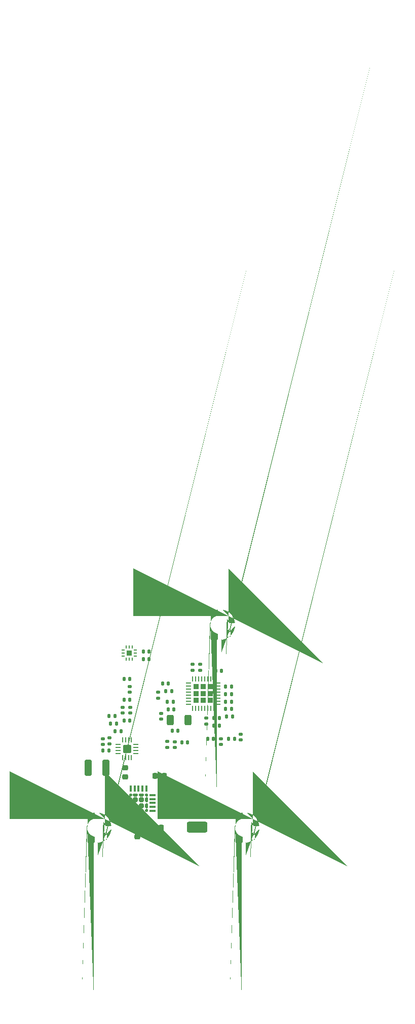
<source format=gbr>
%TF.GenerationSoftware,KiCad,Pcbnew,9.0.0*%
%TF.CreationDate,2025-11-27T12:56:11-07:00*%
%TF.ProjectId,OSS-Radio_2M70CM,4f53532d-5261-4646-996f-5f324d373043,rev?*%
%TF.SameCoordinates,Original*%
%TF.FileFunction,Paste,Top*%
%TF.FilePolarity,Positive*%
%FSLAX46Y46*%
G04 Gerber Fmt 4.6, Leading zero omitted, Abs format (unit mm)*
G04 Created by KiCad (PCBNEW 9.0.0) date 2025-11-27 12:56:11*
%MOMM*%
%LPD*%
G01*
G04 APERTURE LIST*
G04 Aperture macros list*
%AMRoundRect*
0 Rectangle with rounded corners*
0 $1 Rounding radius*
0 $2 $3 $4 $5 $6 $7 $8 $9 X,Y pos of 4 corners*
0 Add a 4 corners polygon primitive as box body*
4,1,4,$2,$3,$4,$5,$6,$7,$8,$9,$2,$3,0*
0 Add four circle primitives for the rounded corners*
1,1,$1+$1,$2,$3*
1,1,$1+$1,$4,$5*
1,1,$1+$1,$6,$7*
1,1,$1+$1,$8,$9*
0 Add four rect primitives between the rounded corners*
20,1,$1+$1,$2,$3,$4,$5,0*
20,1,$1+$1,$4,$5,$6,$7,0*
20,1,$1+$1,$6,$7,$8,$9,0*
20,1,$1+$1,$8,$9,$2,$3,0*%
%AMFreePoly0*
4,1,83,1.042816,1.072236,1.072613,1.072236,1.081945,1.068370,1.088357,1.067737,1.095036,1.062947,1.108661,1.057304,1.123242,1.042722,1.130424,1.037573,1.132104,1.033860,1.136251,1.029714,1.151183,0.993666,1.151427,0.991179,1.151773,0.990417,1.151637,0.989047,1.153104,0.974157,1.153104,0.147677,1.151183,0.128168,1.149302,0.123628,1.149244,0.120163,1.144799,0.112757,
1.136251,0.092120,1.126655,0.082524,1.122607,0.075779,1.116546,0.072415,1.108661,0.064530,1.083729,0.054202,1.077346,0.050660,1.077347,0.050660,0.975563,0.025306,0.780742,-0.052508,0.598179,-0.155859,0.431205,-0.282864,0.282864,-0.431205,0.155859,-0.598179,0.052508,-0.780742,-0.025306,-0.975563,-0.050660,-1.077347,-0.050660,-1.077346,-0.054202,-1.083729,-0.064530,-1.108661,
-0.072415,-1.116546,-0.075779,-1.122607,-0.082524,-1.126655,-0.092120,-1.136251,-0.112757,-1.144799,-0.120163,-1.149244,-0.123628,-1.149302,-0.128168,-1.151183,-0.147677,-1.153104,-0.974157,-1.153104,-0.989047,-1.151637,-0.990417,-1.151773,-0.991179,-1.151427,-0.993666,-1.151183,-1.029714,-1.136251,-1.033860,-1.132104,-1.037573,-1.130424,-1.042722,-1.123242,-1.057304,-1.108661,-1.062947,-1.095036,
-1.067737,-1.088357,-1.068370,-1.081945,-1.072236,-1.072613,-1.072236,-1.042816,-1.072826,-1.036844,-1.072236,-1.034204,-1.072236,-1.033595,-1.071940,-1.032881,-1.009706,-0.754420,-0.915115,-0.480924,-0.790260,-0.219852,-0.636738,0.025461,-0.456510,0.251879,-0.251879,0.456510,-0.025461,0.636738,0.219852,0.790260,0.480924,0.915115,0.754420,1.009706,1.032881,1.071940,1.033595,1.072236,
1.034204,1.072236,1.036844,1.072826,1.042816,1.072236,1.042816,1.072236,$1*%
%AMFreePoly1*
4,1,83,-0.128168,1.151183,-0.123628,1.149302,-0.120163,1.149244,-0.112757,1.144799,-0.092120,1.136251,-0.082524,1.126655,-0.075779,1.122607,-0.072415,1.116546,-0.064530,1.108661,-0.054202,1.083729,-0.050660,1.077346,-0.050660,1.077347,-0.025306,0.975563,0.052508,0.780742,0.155859,0.598179,0.282864,0.431205,0.431205,0.282864,0.598179,0.155859,0.780742,0.052508,0.975563,-0.025306,
1.077347,-0.050660,1.077346,-0.050660,1.083729,-0.054202,1.108661,-0.064530,1.116546,-0.072415,1.122607,-0.075779,1.126655,-0.082524,1.136251,-0.092120,1.144799,-0.112757,1.149244,-0.120163,1.149302,-0.123628,1.151183,-0.128168,1.153104,-0.147677,1.153104,-0.974157,1.151637,-0.989047,1.151773,-0.990417,1.151427,-0.991179,1.151183,-0.993666,1.136251,-1.029714,1.132104,-1.033860,
1.130424,-1.037573,1.123242,-1.042722,1.108661,-1.057304,1.095036,-1.062947,1.088357,-1.067737,1.081945,-1.068370,1.072613,-1.072236,1.042816,-1.072236,1.036844,-1.072826,1.034204,-1.072236,1.033595,-1.072236,1.032881,-1.071940,0.754420,-1.009706,0.480924,-0.915115,0.219852,-0.790260,-0.025461,-0.636738,-0.251879,-0.456510,-0.456510,-0.251879,-0.636738,-0.025461,-0.790260,0.219852,
-0.915115,0.480924,-1.009706,0.754420,-1.071940,1.032881,-1.072236,1.033595,-1.072236,1.034204,-1.072826,1.036844,-1.072236,1.042816,-1.072236,1.072613,-1.068370,1.081945,-1.067737,1.088357,-1.062947,1.095036,-1.057304,1.108661,-1.042722,1.123242,-1.037573,1.130424,-1.033860,1.132104,-1.029714,1.136251,-0.993666,1.151183,-0.991179,1.151427,-0.990417,1.151773,-0.989047,1.151637,
-0.974157,1.153104,-0.147677,1.153104,-0.128168,1.151183,-0.128168,1.151183,$1*%
%AMFreePoly2*
4,1,83,-1.034204,1.072236,-1.033595,1.072236,-1.032881,1.071940,-0.754420,1.009706,-0.480924,0.915115,-0.219852,0.790260,0.025461,0.636738,0.251879,0.456510,0.456510,0.251879,0.636738,0.025461,0.790260,-0.219852,0.915115,-0.480924,1.009706,-0.754420,1.071940,-1.032881,1.072236,-1.033595,1.072236,-1.034204,1.072826,-1.036844,1.072236,-1.042816,1.072236,-1.072613,1.068370,-1.081945,
1.067737,-1.088357,1.062947,-1.095036,1.057304,-1.108661,1.042722,-1.123242,1.037573,-1.130424,1.033860,-1.132104,1.029714,-1.136251,0.993666,-1.151183,0.991179,-1.151427,0.990417,-1.151773,0.989047,-1.151637,0.974157,-1.153104,0.147677,-1.153104,0.128168,-1.151183,0.123628,-1.149302,0.120163,-1.149244,0.112757,-1.144799,0.092120,-1.136251,0.082524,-1.126655,0.075779,-1.122607,
0.072415,-1.116546,0.064530,-1.108661,0.054202,-1.083729,0.050660,-1.077346,0.050660,-1.077347,0.025306,-0.975563,-0.052508,-0.780742,-0.155859,-0.598179,-0.282864,-0.431205,-0.431205,-0.282864,-0.598179,-0.155859,-0.780742,-0.052508,-0.975563,0.025306,-1.077347,0.050660,-1.077346,0.050660,-1.083729,0.054202,-1.108661,0.064530,-1.116546,0.072415,-1.122607,0.075779,-1.126655,0.082524,
-1.136251,0.092120,-1.144799,0.112757,-1.149244,0.120163,-1.149302,0.123628,-1.151183,0.128168,-1.153104,0.147677,-1.153104,0.974157,-1.151637,0.989047,-1.151773,0.990417,-1.151427,0.991179,-1.151183,0.993666,-1.136251,1.029714,-1.132104,1.033860,-1.130424,1.037573,-1.123242,1.042722,-1.108661,1.057304,-1.095036,1.062947,-1.088357,1.067737,-1.081945,1.068370,-1.072613,1.072236,
-1.042816,1.072236,-1.036844,1.072826,-1.034204,1.072236,-1.034204,1.072236,$1*%
%AMFreePoly3*
4,1,83,0.989047,1.151637,0.990417,1.151773,0.991179,1.151427,0.993666,1.151183,1.029714,1.136251,1.033860,1.132104,1.037573,1.130424,1.042722,1.123242,1.057304,1.108661,1.062947,1.095036,1.067737,1.088357,1.068370,1.081945,1.072236,1.072613,1.072236,1.042816,1.072826,1.036844,1.072236,1.034204,1.072236,1.033595,1.071940,1.032881,1.009706,0.754420,0.915115,0.480924,
0.790260,0.219852,0.636738,-0.025461,0.456510,-0.251879,0.251879,-0.456510,0.025461,-0.636738,-0.219852,-0.790260,-0.480924,-0.915115,-0.754420,-1.009706,-1.032881,-1.071940,-1.033595,-1.072236,-1.034204,-1.072236,-1.036844,-1.072826,-1.042816,-1.072236,-1.072613,-1.072236,-1.081945,-1.068370,-1.088357,-1.067737,-1.095036,-1.062947,-1.108661,-1.057304,-1.123242,-1.042722,-1.130424,-1.037573,
-1.132104,-1.033860,-1.136251,-1.029714,-1.151183,-0.993666,-1.151427,-0.991179,-1.151773,-0.990417,-1.151637,-0.989047,-1.153104,-0.974157,-1.153104,-0.147677,-1.151183,-0.128168,-1.149302,-0.123628,-1.149244,-0.120163,-1.144799,-0.112757,-1.136251,-0.092120,-1.126655,-0.082524,-1.122607,-0.075779,-1.116546,-0.072415,-1.108661,-0.064530,-1.083729,-0.054202,-1.077346,-0.050660,-1.077347,-0.050660,
-0.975563,-0.025306,-0.780742,0.052508,-0.598179,0.155859,-0.431205,0.282864,-0.282864,0.431205,-0.155859,0.598179,-0.052508,0.780742,0.025306,0.975563,0.050660,1.077347,0.050660,1.077346,0.054202,1.083729,0.064530,1.108661,0.072415,1.116546,0.075779,1.122607,0.082524,1.126655,0.092120,1.136251,0.112757,1.144799,0.120163,1.149244,0.123628,1.149302,0.128168,1.151183,
0.147677,1.153104,0.974157,1.153104,0.989047,1.151637,0.989047,1.151637,$1*%
%AMFreePoly4*
4,1,19,0.178553,0.213392,0.221317,0.164040,0.231790,0.115895,0.231790,-0.012362,0.213392,-0.075020,0.197845,-0.094312,0.094312,-0.197845,0.036997,-0.229141,0.012362,-0.231790,-0.115895,-0.231790,-0.178553,-0.213392,-0.221317,-0.164040,-0.231790,-0.115895,-0.231790,0.115895,-0.213392,0.178553,-0.164040,0.221317,-0.115895,0.231790,0.115895,0.231790,0.178553,0.213392,0.178553,0.213392,
$1*%
%AMFreePoly5*
4,1,21,0.122595,0.381565,0.128518,0.376137,0.204814,0.299841,0.231439,0.242746,0.231789,0.234719,0.231789,-0.234719,0.210242,-0.293918,0.204814,-0.299841,0.128518,-0.376137,0.071423,-0.402762,0.063396,-0.403112,-0.139692,-0.403112,-0.198891,-0.381565,-0.230390,-0.327007,-0.231789,-0.311015,-0.231789,0.311015,-0.210242,0.370214,-0.155684,0.401713,-0.139692,0.403112,0.063396,0.403112,
0.122595,0.381565,0.122595,0.381565,$1*%
%AMFreePoly6*
4,1,19,0.075020,0.213392,0.094312,0.197845,0.197845,0.094312,0.229141,0.036997,0.231790,0.012362,0.231790,-0.115895,0.213392,-0.178553,0.164040,-0.221317,0.115895,-0.231790,-0.115895,-0.231790,-0.178553,-0.213392,-0.221317,-0.164040,-0.231790,-0.115895,-0.231790,0.115895,-0.213392,0.178553,-0.164040,0.221317,-0.115895,0.231790,0.012362,0.231790,0.075020,0.213392,0.075020,0.213392,
$1*%
%AMFreePoly7*
4,1,21,0.370214,0.210242,0.401713,0.155684,0.403112,0.139692,0.403112,-0.063396,0.381565,-0.122595,0.376137,-0.128518,0.299841,-0.204814,0.242746,-0.231439,0.234719,-0.231789,-0.234719,-0.231789,-0.293918,-0.210242,-0.299841,-0.204814,-0.376137,-0.128518,-0.402762,-0.071423,-0.403112,-0.063396,-0.403112,0.139692,-0.381565,0.198891,-0.327007,0.230390,-0.311015,0.231789,0.311015,0.231789,
0.370214,0.210242,0.370214,0.210242,$1*%
%AMFreePoly8*
4,1,21,0.293918,0.210242,0.299841,0.204814,0.376137,0.128518,0.402762,0.071423,0.403112,0.063396,0.403112,-0.139692,0.381565,-0.198891,0.327007,-0.230390,0.311015,-0.231789,-0.311015,-0.231789,-0.370214,-0.210242,-0.401713,-0.155684,-0.403112,-0.139692,-0.403112,0.063396,-0.381565,0.122595,-0.376137,0.128518,-0.299841,0.204814,-0.242746,0.231439,-0.234719,0.231789,0.234719,0.231789,
0.293918,0.210242,0.293918,0.210242,$1*%
%AMFreePoly9*
4,1,19,0.178553,0.213392,0.221317,0.164040,0.231790,0.115895,0.231790,-0.115895,0.213392,-0.178553,0.164040,-0.221317,0.115895,-0.231790,-0.012362,-0.231790,-0.075020,-0.213392,-0.094312,-0.197845,-0.197845,-0.094312,-0.229141,-0.036997,-0.231790,-0.012362,-0.231790,0.115895,-0.213392,0.178553,-0.164040,0.221317,-0.115895,0.231790,0.115895,0.231790,0.178553,0.213392,0.178553,0.213392,
$1*%
%AMFreePoly10*
4,1,21,0.198891,0.381565,0.230390,0.327007,0.231789,0.311015,0.231789,-0.311015,0.210242,-0.370214,0.155684,-0.401713,0.139692,-0.403112,-0.063396,-0.403112,-0.122595,-0.381565,-0.128518,-0.376137,-0.204814,-0.299841,-0.231439,-0.242746,-0.231789,-0.234719,-0.231789,0.234719,-0.210242,0.293918,-0.204814,0.299841,-0.128518,0.376137,-0.071423,0.402762,-0.063396,0.403112,0.139692,0.403112,
0.198891,0.381565,0.198891,0.381565,$1*%
%AMFreePoly11*
4,1,19,0.178553,0.213392,0.221317,0.164040,0.231790,0.115895,0.231790,-0.115895,0.213392,-0.178553,0.164040,-0.221317,0.115895,-0.231790,-0.115895,-0.231790,-0.178553,-0.213392,-0.221317,-0.164040,-0.231790,-0.115895,-0.231790,0.012362,-0.213392,0.075020,-0.197845,0.094312,-0.094312,0.197845,-0.036997,0.229141,-0.012362,0.231790,0.115895,0.231790,0.178553,0.213392,0.178553,0.213392,
$1*%
G04 Aperture macros list end*
%ADD10RoundRect,0.140000X0.170000X-0.140000X0.170000X0.140000X-0.170000X0.140000X-0.170000X-0.140000X0*%
%ADD11RoundRect,0.147500X-0.147500X-0.172500X0.147500X-0.172500X0.147500X0.172500X-0.147500X0.172500X0*%
%ADD12RoundRect,0.140000X0.140000X0.170000X-0.140000X0.170000X-0.140000X-0.170000X0.140000X-0.170000X0*%
%ADD13RoundRect,0.135000X-0.185000X0.135000X-0.185000X-0.135000X0.185000X-0.135000X0.185000X0.135000X0*%
%ADD14RoundRect,0.140000X-0.140000X-0.170000X0.140000X-0.170000X0.140000X0.170000X-0.140000X0.170000X0*%
%ADD15RoundRect,0.135000X0.185000X-0.135000X0.185000X0.135000X-0.185000X0.135000X-0.185000X-0.135000X0*%
%ADD16RoundRect,0.147500X0.172500X-0.147500X0.172500X0.147500X-0.172500X0.147500X-0.172500X-0.147500X0*%
%ADD17RoundRect,0.225000X-0.250000X0.225000X-0.250000X-0.225000X0.250000X-0.225000X0.250000X0.225000X0*%
%ADD18RoundRect,0.140000X-0.170000X0.140000X-0.170000X-0.140000X0.170000X-0.140000X0.170000X0.140000X0*%
%ADD19RoundRect,0.225000X-0.225000X-0.250000X0.225000X-0.250000X0.225000X0.250000X-0.225000X0.250000X0*%
%ADD20RoundRect,0.250000X-1.450000X-0.650000X1.450000X-0.650000X1.450000X0.650000X-1.450000X0.650000X0*%
%ADD21RoundRect,0.147500X-0.172500X0.147500X-0.172500X-0.147500X0.172500X-0.147500X0.172500X0.147500X0*%
%ADD22R,0.609600X0.203200*%
%ADD23R,0.203200X0.609600*%
%ADD24R,0.863600X0.863600*%
%ADD25RoundRect,0.147500X0.147500X0.172500X-0.147500X0.172500X-0.147500X-0.172500X0.147500X-0.172500X0*%
%ADD26FreePoly0,0.000000*%
%ADD27FreePoly1,0.000000*%
%ADD28FreePoly2,0.000000*%
%ADD29FreePoly3,0.000000*%
%ADD30RoundRect,0.250000X0.312500X0.625000X-0.312500X0.625000X-0.312500X-0.625000X0.312500X-0.625000X0*%
%ADD31RoundRect,0.250000X0.435000X-0.435000X0.435000X0.435000X-0.435000X0.435000X-0.435000X-0.435000X0*%
%ADD32RoundRect,0.062500X0.062500X-0.350000X0.062500X0.350000X-0.062500X0.350000X-0.062500X-0.350000X0*%
%ADD33RoundRect,0.062500X0.350000X-0.062500X0.350000X0.062500X-0.350000X0.062500X-0.350000X-0.062500X0*%
%ADD34RoundRect,0.250000X-0.325000X-1.100000X0.325000X-1.100000X0.325000X1.100000X-0.325000X1.100000X0*%
%ADD35RoundRect,0.225000X0.250000X-0.225000X0.250000X0.225000X-0.250000X0.225000X-0.250000X-0.225000X0*%
%ADD36FreePoly4,270.000000*%
%ADD37FreePoly5,270.000000*%
%ADD38FreePoly6,270.000000*%
%ADD39FreePoly7,270.000000*%
%ADD40RoundRect,0.201557X-0.201556X0.201556X-0.201556X-0.201556X0.201556X-0.201556X0.201556X0.201556X0*%
%ADD41FreePoly8,270.000000*%
%ADD42FreePoly9,270.000000*%
%ADD43FreePoly10,270.000000*%
%ADD44FreePoly11,270.000000*%
%ADD45RoundRect,0.087500X-0.087500X0.425000X-0.087500X-0.425000X0.087500X-0.425000X0.087500X0.425000X0*%
%ADD46RoundRect,0.087500X-0.425000X0.087500X-0.425000X-0.087500X0.425000X-0.087500X0.425000X0.087500X0*%
%ADD47RoundRect,0.232500X-0.232500X0.232500X-0.232500X-0.232500X0.232500X-0.232500X0.232500X0.232500X0*%
%ADD48RoundRect,0.062500X-0.062500X0.375000X-0.062500X-0.375000X0.062500X-0.375000X0.062500X0.375000X0*%
%ADD49RoundRect,0.062500X-0.375000X0.062500X-0.375000X-0.062500X0.375000X-0.062500X0.375000X0.062500X0*%
G04 APERTURE END LIST*
D10*
%TO.C,C54*%
X155990000Y-99565000D03*
X155990000Y-98605000D03*
%TD*%
D11*
%TO.C,L3*%
X142285000Y-99020000D03*
X143255000Y-99020000D03*
%TD*%
D12*
%TO.C,C47*%
X160220000Y-94585000D03*
X159260000Y-94585000D03*
%TD*%
%TO.C,C45*%
X158580000Y-90700000D03*
X157620000Y-90700000D03*
%TD*%
%TO.C,C49*%
X160220000Y-95835000D03*
X159260000Y-95835000D03*
%TD*%
D10*
%TO.C,C41*%
X143270000Y-97750000D03*
X143270000Y-96790000D03*
%TD*%
D13*
%TO.C,R12*%
X148000000Y-94240000D03*
X148000000Y-95260000D03*
%TD*%
D14*
%TO.C,C44*%
X149270000Y-94100000D03*
X150230000Y-94100000D03*
%TD*%
D11*
%TO.C,L15*%
X142285000Y-95520000D03*
X143255000Y-95520000D03*
%TD*%
D15*
%TO.C,R16*%
X149500000Y-103510000D03*
X149500000Y-102490000D03*
%TD*%
D12*
%TO.C,C39*%
X141000000Y-99500000D03*
X140040000Y-99500000D03*
%TD*%
%TO.C,C37*%
X141750000Y-100750000D03*
X140790000Y-100750000D03*
%TD*%
D16*
%TO.C,L12*%
X161750000Y-102235000D03*
X161750000Y-101265000D03*
%TD*%
D14*
%TO.C,C66*%
X149620000Y-97100000D03*
X150580000Y-97100000D03*
%TD*%
%TO.C,C60*%
X150320000Y-100700000D03*
X151280000Y-100700000D03*
%TD*%
D17*
%TO.C,C17*%
X144500000Y-116825000D03*
X144500000Y-118375000D03*
%TD*%
D18*
%TO.C,C43*%
X138750000Y-102020000D03*
X138750000Y-102980000D03*
%TD*%
%TO.C,C46*%
X155000000Y-89620000D03*
X155000000Y-90580000D03*
%TD*%
D19*
%TO.C,C16*%
X146925000Y-116900000D03*
X148475000Y-116900000D03*
%TD*%
D20*
%TO.C,TP23*%
X154500000Y-116750000D03*
%TD*%
D10*
%TO.C,C38*%
X142020000Y-97750000D03*
X142020000Y-96790000D03*
%TD*%
D18*
%TO.C,C61*%
X148500000Y-97820000D03*
X148500000Y-98780000D03*
%TD*%
D21*
%TO.C,L13*%
X158500000Y-102030000D03*
X158500000Y-103000000D03*
%TD*%
D22*
%TO.C,U7*%
X142146574Y-87249874D03*
X142146574Y-87750000D03*
X142146574Y-88250126D03*
D23*
X142649748Y-88753300D03*
X143149874Y-88753300D03*
X143650000Y-88753300D03*
D22*
X144153174Y-88250126D03*
X144153174Y-87750000D03*
X144153174Y-87249874D03*
D23*
X143650000Y-86746700D03*
X143149874Y-86746700D03*
X142649748Y-86746700D03*
D24*
X143149874Y-87750000D03*
%TD*%
D12*
%TO.C,C40*%
X140730000Y-98250000D03*
X139770000Y-98250000D03*
%TD*%
D10*
%TO.C,C42*%
X143250000Y-94250000D03*
X143250000Y-93290000D03*
%TD*%
D25*
%TO.C,L14*%
X157235000Y-102015000D03*
X156265000Y-102015000D03*
%TD*%
D26*
%TO.C,MP1*%
X136171896Y-115421896D03*
D27*
X136171896Y-118328104D03*
D28*
X139078104Y-115421896D03*
D29*
X139078104Y-118328104D03*
%TD*%
D30*
%TO.C,R15*%
X152962500Y-98900000D03*
X150037500Y-98900000D03*
%TD*%
D31*
%TO.C,U3*%
X142770000Y-103712500D03*
D32*
X142020000Y-105175000D03*
X142520000Y-105175000D03*
X143020000Y-105175000D03*
X143520000Y-105175000D03*
D33*
X144232500Y-104462500D03*
X144232500Y-103962500D03*
X144232500Y-103462500D03*
X144232500Y-102962500D03*
D32*
X143520000Y-102250000D03*
X143020000Y-102250000D03*
X142520000Y-102250000D03*
X142020000Y-102250000D03*
D33*
X141307500Y-102962500D03*
X141307500Y-103462500D03*
X141307500Y-103962500D03*
X141307500Y-104462500D03*
%TD*%
D14*
%TO.C,C51*%
X149520000Y-95900000D03*
X150480000Y-95900000D03*
%TD*%
D12*
%TO.C,C65*%
X160730000Y-102015000D03*
X159770000Y-102015000D03*
%TD*%
D18*
%TO.C,C53*%
X153750000Y-89620000D03*
X153750000Y-90580000D03*
%TD*%
D14*
%TO.C,C57*%
X157260000Y-98585000D03*
X158220000Y-98585000D03*
%TD*%
D19*
%TO.C,C18*%
X147475000Y-108250000D03*
X149025000Y-108250000D03*
%TD*%
D14*
%TO.C,C64*%
X145520000Y-88750000D03*
X146480000Y-88750000D03*
%TD*%
D26*
%TO.C,MP2*%
X156796896Y-81546896D03*
D27*
X156796896Y-84453104D03*
D28*
X159703104Y-81546896D03*
D29*
X159703104Y-84453104D03*
%TD*%
D34*
%TO.C,C14*%
X136325000Y-106900000D03*
X139275000Y-106900000D03*
%TD*%
D12*
%TO.C,C56*%
X160220000Y-93335000D03*
X159260000Y-93335000D03*
%TD*%
%TO.C,C62*%
X152880000Y-102600000D03*
X151920000Y-102600000D03*
%TD*%
D26*
%TO.C,MP3*%
X160921896Y-115421896D03*
D27*
X160921896Y-118328104D03*
D28*
X163828104Y-115421896D03*
D29*
X163828104Y-118328104D03*
%TD*%
D35*
%TO.C,C19*%
X142500000Y-108400000D03*
X142500000Y-106850000D03*
%TD*%
D14*
%TO.C,C52*%
X148717500Y-92850000D03*
X149677500Y-92850000D03*
%TD*%
D16*
%TO.C,L11*%
X150750000Y-103485000D03*
X150750000Y-102515000D03*
%TD*%
D14*
%TO.C,C63*%
X145520000Y-87500000D03*
X146480000Y-87500000D03*
%TD*%
D36*
%TO.C,U4*%
X145987500Y-111450000D03*
D37*
X145200000Y-111450000D03*
X144200000Y-111450000D03*
D38*
X143412500Y-111450000D03*
D39*
X145987500Y-112237500D03*
D40*
X145200000Y-112237500D03*
X144200000Y-112237500D03*
D41*
X143412500Y-112237500D03*
D39*
X145987500Y-113237500D03*
D40*
X145200000Y-113237500D03*
X144200000Y-113237500D03*
D41*
X143412500Y-113237500D03*
D42*
X145987500Y-114025000D03*
D43*
X145200000Y-114025000D03*
X144200000Y-114025000D03*
D44*
X143412500Y-114025000D03*
D45*
X146000000Y-110375000D03*
X145350000Y-110375000D03*
X144700000Y-110375000D03*
X144050000Y-110375000D03*
X143400000Y-110375000D03*
D46*
X142337500Y-111437500D03*
X142337500Y-112087500D03*
X142337500Y-112737500D03*
X142337500Y-113387500D03*
X142337500Y-114037500D03*
D45*
X143400000Y-115100000D03*
X144050000Y-115100000D03*
X144700000Y-115100000D03*
X145350000Y-115100000D03*
X146000000Y-115100000D03*
D46*
X147062500Y-114037500D03*
X147062500Y-113387500D03*
X147062500Y-112737500D03*
X147062500Y-112087500D03*
X147062500Y-111437500D03*
%TD*%
D12*
%TO.C,C50*%
X160380000Y-98335000D03*
X159420000Y-98335000D03*
%TD*%
D11*
%TO.C,L10*%
X138765000Y-104000000D03*
X139735000Y-104000000D03*
%TD*%
%TO.C,L16*%
X142285000Y-92020000D03*
X143255000Y-92020000D03*
%TD*%
D13*
%TO.C,R24*%
X139875000Y-101865000D03*
X139875000Y-102885000D03*
%TD*%
D47*
%TO.C,U5*%
X156650000Y-93350000D03*
X155500000Y-93350000D03*
X154350000Y-93350000D03*
X156650000Y-94500000D03*
X155500000Y-94500000D03*
X154350000Y-94500000D03*
X156650000Y-95650000D03*
X155500000Y-95650000D03*
X154350000Y-95650000D03*
D48*
X157250000Y-92062500D03*
X156750000Y-92062500D03*
X156250000Y-92062500D03*
X155750000Y-92062500D03*
X155250000Y-92062500D03*
X154750000Y-92062500D03*
X154250000Y-92062500D03*
X153750000Y-92062500D03*
D49*
X153062500Y-92750000D03*
X153062500Y-93250000D03*
X153062500Y-93750000D03*
X153062500Y-94250000D03*
X153062500Y-94750000D03*
X153062500Y-95250000D03*
X153062500Y-95750000D03*
X153062500Y-96250000D03*
D48*
X153750000Y-96937500D03*
X154250000Y-96937500D03*
X154750000Y-96937500D03*
X155250000Y-96937500D03*
X155750000Y-96937500D03*
X156250000Y-96937500D03*
X156750000Y-96937500D03*
X157250000Y-96937500D03*
D49*
X157937500Y-96250000D03*
X157937500Y-95750000D03*
X157937500Y-95250000D03*
X157937500Y-94750000D03*
X157937500Y-94250000D03*
X157937500Y-93750000D03*
X157937500Y-93250000D03*
X157937500Y-92750000D03*
%TD*%
D12*
%TO.C,C55*%
X160220000Y-97085000D03*
X159260000Y-97085000D03*
%TD*%
%TO.C,C48*%
X158200000Y-99835000D03*
X157240000Y-99835000D03*
%TD*%
M02*

</source>
